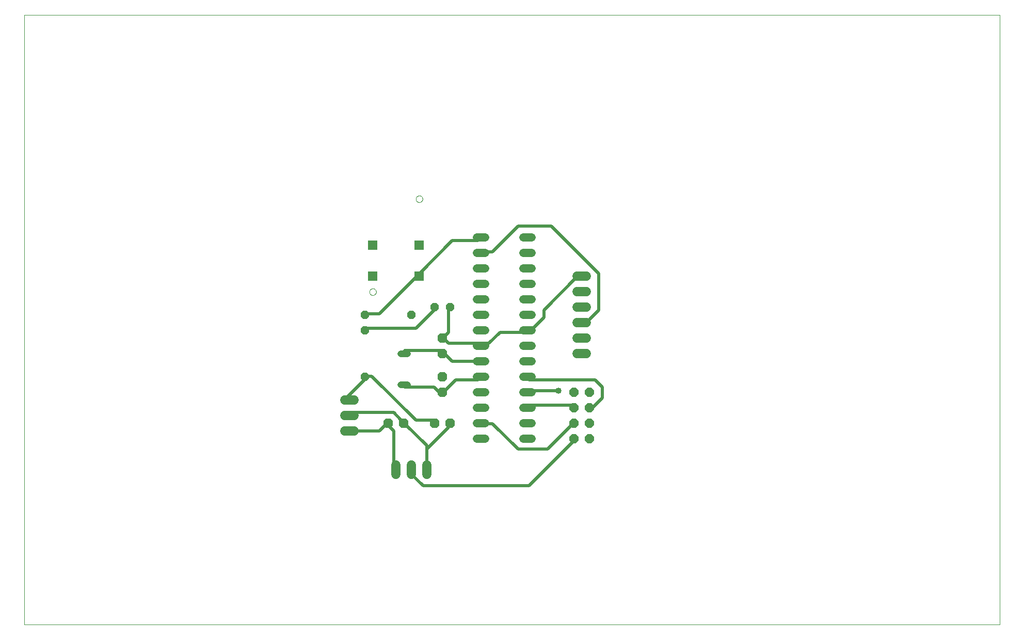
<source format=gtl>
G75*
%MOIN*%
%OFA0B0*%
%FSLAX25Y25*%
%IPPOS*%
%LPD*%
%AMOC8*
5,1,8,0,0,1.08239X$1,22.5*
%
%ADD10C,0.00000*%
%ADD11OC8,0.06300*%
%ADD12C,0.05200*%
%ADD13C,0.06000*%
%ADD14OC8,0.06000*%
%ADD15OC8,0.05200*%
%ADD16C,0.04400*%
%ADD17R,0.05906X0.05906*%
%ADD18C,0.01969*%
%ADD19C,0.04000*%
D10*
X0001000Y0001000D02*
X0001000Y0394701D01*
X0630921Y0394701D01*
X0630921Y0001000D01*
X0001000Y0001000D01*
X0223835Y0216000D02*
X0223837Y0216093D01*
X0223843Y0216185D01*
X0223853Y0216277D01*
X0223867Y0216368D01*
X0223884Y0216459D01*
X0223906Y0216549D01*
X0223931Y0216638D01*
X0223960Y0216726D01*
X0223993Y0216812D01*
X0224030Y0216897D01*
X0224070Y0216981D01*
X0224114Y0217062D01*
X0224161Y0217142D01*
X0224211Y0217220D01*
X0224265Y0217295D01*
X0224322Y0217368D01*
X0224382Y0217438D01*
X0224445Y0217506D01*
X0224511Y0217571D01*
X0224579Y0217633D01*
X0224650Y0217693D01*
X0224724Y0217749D01*
X0224800Y0217802D01*
X0224878Y0217851D01*
X0224958Y0217898D01*
X0225040Y0217940D01*
X0225124Y0217980D01*
X0225209Y0218015D01*
X0225296Y0218047D01*
X0225384Y0218076D01*
X0225473Y0218100D01*
X0225563Y0218121D01*
X0225654Y0218137D01*
X0225746Y0218150D01*
X0225838Y0218159D01*
X0225931Y0218164D01*
X0226023Y0218165D01*
X0226116Y0218162D01*
X0226208Y0218155D01*
X0226300Y0218144D01*
X0226391Y0218129D01*
X0226482Y0218111D01*
X0226572Y0218088D01*
X0226660Y0218062D01*
X0226748Y0218032D01*
X0226834Y0217998D01*
X0226918Y0217961D01*
X0227001Y0217919D01*
X0227082Y0217875D01*
X0227162Y0217827D01*
X0227239Y0217776D01*
X0227313Y0217721D01*
X0227386Y0217663D01*
X0227456Y0217603D01*
X0227523Y0217539D01*
X0227587Y0217473D01*
X0227649Y0217403D01*
X0227707Y0217332D01*
X0227762Y0217258D01*
X0227814Y0217181D01*
X0227863Y0217102D01*
X0227909Y0217022D01*
X0227951Y0216939D01*
X0227989Y0216855D01*
X0228024Y0216769D01*
X0228055Y0216682D01*
X0228082Y0216594D01*
X0228105Y0216504D01*
X0228125Y0216414D01*
X0228141Y0216323D01*
X0228153Y0216231D01*
X0228161Y0216139D01*
X0228165Y0216046D01*
X0228165Y0215954D01*
X0228161Y0215861D01*
X0228153Y0215769D01*
X0228141Y0215677D01*
X0228125Y0215586D01*
X0228105Y0215496D01*
X0228082Y0215406D01*
X0228055Y0215318D01*
X0228024Y0215231D01*
X0227989Y0215145D01*
X0227951Y0215061D01*
X0227909Y0214978D01*
X0227863Y0214898D01*
X0227814Y0214819D01*
X0227762Y0214742D01*
X0227707Y0214668D01*
X0227649Y0214597D01*
X0227587Y0214527D01*
X0227523Y0214461D01*
X0227456Y0214397D01*
X0227386Y0214337D01*
X0227313Y0214279D01*
X0227239Y0214224D01*
X0227162Y0214173D01*
X0227083Y0214125D01*
X0227001Y0214081D01*
X0226918Y0214039D01*
X0226834Y0214002D01*
X0226748Y0213968D01*
X0226660Y0213938D01*
X0226572Y0213912D01*
X0226482Y0213889D01*
X0226391Y0213871D01*
X0226300Y0213856D01*
X0226208Y0213845D01*
X0226116Y0213838D01*
X0226023Y0213835D01*
X0225931Y0213836D01*
X0225838Y0213841D01*
X0225746Y0213850D01*
X0225654Y0213863D01*
X0225563Y0213879D01*
X0225473Y0213900D01*
X0225384Y0213924D01*
X0225296Y0213953D01*
X0225209Y0213985D01*
X0225124Y0214020D01*
X0225040Y0214060D01*
X0224958Y0214102D01*
X0224878Y0214149D01*
X0224800Y0214198D01*
X0224724Y0214251D01*
X0224650Y0214307D01*
X0224579Y0214367D01*
X0224511Y0214429D01*
X0224445Y0214494D01*
X0224382Y0214562D01*
X0224322Y0214632D01*
X0224265Y0214705D01*
X0224211Y0214780D01*
X0224161Y0214858D01*
X0224114Y0214938D01*
X0224070Y0215019D01*
X0224030Y0215103D01*
X0223993Y0215188D01*
X0223960Y0215274D01*
X0223931Y0215362D01*
X0223906Y0215451D01*
X0223884Y0215541D01*
X0223867Y0215632D01*
X0223853Y0215723D01*
X0223843Y0215815D01*
X0223837Y0215907D01*
X0223835Y0216000D01*
X0253835Y0276000D02*
X0253837Y0276093D01*
X0253843Y0276185D01*
X0253853Y0276277D01*
X0253867Y0276368D01*
X0253884Y0276459D01*
X0253906Y0276549D01*
X0253931Y0276638D01*
X0253960Y0276726D01*
X0253993Y0276812D01*
X0254030Y0276897D01*
X0254070Y0276981D01*
X0254114Y0277062D01*
X0254161Y0277142D01*
X0254211Y0277220D01*
X0254265Y0277295D01*
X0254322Y0277368D01*
X0254382Y0277438D01*
X0254445Y0277506D01*
X0254511Y0277571D01*
X0254579Y0277633D01*
X0254650Y0277693D01*
X0254724Y0277749D01*
X0254800Y0277802D01*
X0254878Y0277851D01*
X0254958Y0277898D01*
X0255040Y0277940D01*
X0255124Y0277980D01*
X0255209Y0278015D01*
X0255296Y0278047D01*
X0255384Y0278076D01*
X0255473Y0278100D01*
X0255563Y0278121D01*
X0255654Y0278137D01*
X0255746Y0278150D01*
X0255838Y0278159D01*
X0255931Y0278164D01*
X0256023Y0278165D01*
X0256116Y0278162D01*
X0256208Y0278155D01*
X0256300Y0278144D01*
X0256391Y0278129D01*
X0256482Y0278111D01*
X0256572Y0278088D01*
X0256660Y0278062D01*
X0256748Y0278032D01*
X0256834Y0277998D01*
X0256918Y0277961D01*
X0257001Y0277919D01*
X0257082Y0277875D01*
X0257162Y0277827D01*
X0257239Y0277776D01*
X0257313Y0277721D01*
X0257386Y0277663D01*
X0257456Y0277603D01*
X0257523Y0277539D01*
X0257587Y0277473D01*
X0257649Y0277403D01*
X0257707Y0277332D01*
X0257762Y0277258D01*
X0257814Y0277181D01*
X0257863Y0277102D01*
X0257909Y0277022D01*
X0257951Y0276939D01*
X0257989Y0276855D01*
X0258024Y0276769D01*
X0258055Y0276682D01*
X0258082Y0276594D01*
X0258105Y0276504D01*
X0258125Y0276414D01*
X0258141Y0276323D01*
X0258153Y0276231D01*
X0258161Y0276139D01*
X0258165Y0276046D01*
X0258165Y0275954D01*
X0258161Y0275861D01*
X0258153Y0275769D01*
X0258141Y0275677D01*
X0258125Y0275586D01*
X0258105Y0275496D01*
X0258082Y0275406D01*
X0258055Y0275318D01*
X0258024Y0275231D01*
X0257989Y0275145D01*
X0257951Y0275061D01*
X0257909Y0274978D01*
X0257863Y0274898D01*
X0257814Y0274819D01*
X0257762Y0274742D01*
X0257707Y0274668D01*
X0257649Y0274597D01*
X0257587Y0274527D01*
X0257523Y0274461D01*
X0257456Y0274397D01*
X0257386Y0274337D01*
X0257313Y0274279D01*
X0257239Y0274224D01*
X0257162Y0274173D01*
X0257083Y0274125D01*
X0257001Y0274081D01*
X0256918Y0274039D01*
X0256834Y0274002D01*
X0256748Y0273968D01*
X0256660Y0273938D01*
X0256572Y0273912D01*
X0256482Y0273889D01*
X0256391Y0273871D01*
X0256300Y0273856D01*
X0256208Y0273845D01*
X0256116Y0273838D01*
X0256023Y0273835D01*
X0255931Y0273836D01*
X0255838Y0273841D01*
X0255746Y0273850D01*
X0255654Y0273863D01*
X0255563Y0273879D01*
X0255473Y0273900D01*
X0255384Y0273924D01*
X0255296Y0273953D01*
X0255209Y0273985D01*
X0255124Y0274020D01*
X0255040Y0274060D01*
X0254958Y0274102D01*
X0254878Y0274149D01*
X0254800Y0274198D01*
X0254724Y0274251D01*
X0254650Y0274307D01*
X0254579Y0274367D01*
X0254511Y0274429D01*
X0254445Y0274494D01*
X0254382Y0274562D01*
X0254322Y0274632D01*
X0254265Y0274705D01*
X0254211Y0274780D01*
X0254161Y0274858D01*
X0254114Y0274938D01*
X0254070Y0275019D01*
X0254030Y0275103D01*
X0253993Y0275188D01*
X0253960Y0275274D01*
X0253931Y0275362D01*
X0253906Y0275451D01*
X0253884Y0275541D01*
X0253867Y0275632D01*
X0253853Y0275723D01*
X0253843Y0275815D01*
X0253837Y0275907D01*
X0253835Y0276000D01*
D11*
X0271000Y0186000D03*
X0271000Y0176000D03*
X0271000Y0161000D03*
X0271000Y0151000D03*
X0266000Y0131000D03*
X0276000Y0131000D03*
X0246000Y0131000D03*
X0236000Y0131000D03*
D12*
X0293400Y0131000D02*
X0298600Y0131000D01*
X0298600Y0141000D02*
X0293400Y0141000D01*
X0293400Y0151000D02*
X0298600Y0151000D01*
X0298600Y0161000D02*
X0293400Y0161000D01*
X0293400Y0171000D02*
X0298600Y0171000D01*
X0298600Y0181000D02*
X0293400Y0181000D01*
X0293400Y0191000D02*
X0298600Y0191000D01*
X0298600Y0201000D02*
X0293400Y0201000D01*
X0293400Y0211000D02*
X0298600Y0211000D01*
X0298600Y0221000D02*
X0293400Y0221000D01*
X0293400Y0231000D02*
X0298600Y0231000D01*
X0298600Y0241000D02*
X0293400Y0241000D01*
X0293400Y0251000D02*
X0298600Y0251000D01*
X0323400Y0251000D02*
X0328600Y0251000D01*
X0328600Y0241000D02*
X0323400Y0241000D01*
X0323400Y0231000D02*
X0328600Y0231000D01*
X0328600Y0221000D02*
X0323400Y0221000D01*
X0323400Y0211000D02*
X0328600Y0211000D01*
X0328600Y0201000D02*
X0323400Y0201000D01*
X0323400Y0191000D02*
X0328600Y0191000D01*
X0328600Y0181000D02*
X0323400Y0181000D01*
X0323400Y0171000D02*
X0328600Y0171000D01*
X0328600Y0161000D02*
X0323400Y0161000D01*
X0323400Y0151000D02*
X0328600Y0151000D01*
X0328600Y0141000D02*
X0323400Y0141000D01*
X0323400Y0131000D02*
X0328600Y0131000D01*
X0328600Y0121000D02*
X0323400Y0121000D01*
X0298600Y0121000D02*
X0293400Y0121000D01*
D13*
X0261000Y0104000D02*
X0261000Y0098000D01*
X0251000Y0098000D02*
X0251000Y0104000D01*
X0241000Y0104000D02*
X0241000Y0098000D01*
X0214000Y0126000D02*
X0208000Y0126000D01*
X0208000Y0136000D02*
X0214000Y0136000D01*
X0214000Y0146000D02*
X0208000Y0146000D01*
X0358000Y0176000D02*
X0364000Y0176000D01*
X0364000Y0186000D02*
X0358000Y0186000D01*
X0358000Y0196000D02*
X0364000Y0196000D01*
X0364000Y0206000D02*
X0358000Y0206000D01*
X0358000Y0216000D02*
X0364000Y0216000D01*
X0364000Y0226000D02*
X0358000Y0226000D01*
D14*
X0356000Y0151000D03*
X0366000Y0151000D03*
X0366000Y0141000D03*
X0356000Y0141000D03*
X0356000Y0131000D03*
X0366000Y0131000D03*
X0366000Y0121000D03*
X0356000Y0121000D03*
D15*
X0251000Y0201000D03*
X0266000Y0206000D03*
X0276000Y0206000D03*
X0221000Y0201000D03*
X0221000Y0191000D03*
X0221000Y0161000D03*
D16*
X0243800Y0156000D02*
X0248200Y0156000D01*
X0248200Y0176000D02*
X0243800Y0176000D01*
D17*
X0256000Y0226000D03*
X0256000Y0246000D03*
X0226000Y0246000D03*
X0226000Y0226000D03*
D18*
X0230134Y0201787D02*
X0253756Y0225409D01*
X0256000Y0226000D01*
X0256118Y0227772D01*
X0277378Y0249031D01*
X0293913Y0249031D01*
X0296000Y0251000D01*
X0296276Y0241945D02*
X0296000Y0241000D01*
X0296276Y0241945D02*
X0303362Y0241945D01*
X0319898Y0258480D01*
X0341157Y0258480D01*
X0371866Y0227772D01*
X0371866Y0204150D01*
X0362417Y0194701D01*
X0361000Y0196000D01*
X0336433Y0199425D02*
X0326984Y0189976D01*
X0326000Y0191000D01*
X0324622Y0189976D01*
X0308087Y0189976D01*
X0301000Y0182890D01*
X0296276Y0182890D01*
X0296000Y0181000D01*
X0293913Y0182890D01*
X0275016Y0182890D01*
X0272654Y0185252D01*
X0271000Y0186000D01*
X0272654Y0187614D01*
X0275016Y0189976D01*
X0275016Y0204150D01*
X0276000Y0206000D01*
X0266000Y0206000D02*
X0265567Y0204150D01*
X0253756Y0192339D01*
X0223047Y0192339D01*
X0221000Y0191000D01*
X0221000Y0201000D02*
X0223047Y0201787D01*
X0230134Y0201787D01*
X0246669Y0178165D02*
X0246000Y0176000D01*
X0246669Y0178165D02*
X0270291Y0178165D01*
X0271000Y0176000D01*
X0272654Y0175803D01*
X0277378Y0171079D01*
X0293913Y0171079D01*
X0296000Y0171000D01*
X0296000Y0161000D02*
X0293913Y0159268D01*
X0279740Y0159268D01*
X0272654Y0152181D01*
X0271000Y0151000D01*
X0270291Y0149819D01*
X0265567Y0154543D01*
X0246669Y0154543D01*
X0246000Y0156000D01*
X0225409Y0161630D02*
X0223047Y0161630D01*
X0221000Y0161000D01*
X0220685Y0159268D01*
X0208874Y0147457D01*
X0211000Y0146000D01*
X0211236Y0138008D02*
X0211000Y0136000D01*
X0211236Y0138008D02*
X0239583Y0138008D01*
X0244307Y0133283D01*
X0246000Y0131000D01*
X0246669Y0130921D01*
X0260843Y0116748D01*
X0260843Y0114386D01*
X0275016Y0128559D01*
X0275016Y0130921D01*
X0276000Y0131000D01*
X0266000Y0131000D02*
X0265567Y0133283D01*
X0253756Y0133283D01*
X0225409Y0161630D01*
X0234858Y0130921D02*
X0236000Y0131000D01*
X0234858Y0130921D02*
X0230134Y0126197D01*
X0211236Y0126197D01*
X0211000Y0126000D01*
X0234858Y0130921D02*
X0239583Y0126197D01*
X0239583Y0102575D01*
X0241000Y0101000D01*
X0251000Y0101000D02*
X0251394Y0100213D01*
X0251394Y0097850D01*
X0258480Y0090764D01*
X0326984Y0090764D01*
X0355331Y0119110D01*
X0356000Y0121000D01*
X0355331Y0130921D02*
X0356000Y0131000D01*
X0355331Y0130921D02*
X0338795Y0114386D01*
X0319898Y0114386D01*
X0303362Y0130921D01*
X0296276Y0130921D01*
X0296000Y0131000D01*
X0326000Y0141000D02*
X0326984Y0142732D01*
X0355331Y0142732D01*
X0356000Y0141000D01*
X0366000Y0141000D02*
X0367142Y0140370D01*
X0374228Y0147457D01*
X0374228Y0154543D01*
X0369504Y0159268D01*
X0326984Y0159268D01*
X0326000Y0161000D01*
X0326984Y0152181D02*
X0326000Y0151000D01*
X0326984Y0152181D02*
X0345882Y0152181D01*
X0336433Y0199425D02*
X0336433Y0204150D01*
X0357693Y0225409D01*
X0360055Y0225409D01*
X0361000Y0226000D01*
X0260843Y0114386D02*
X0260843Y0102575D01*
X0261000Y0101000D01*
D19*
X0345882Y0152181D03*
M02*

</source>
